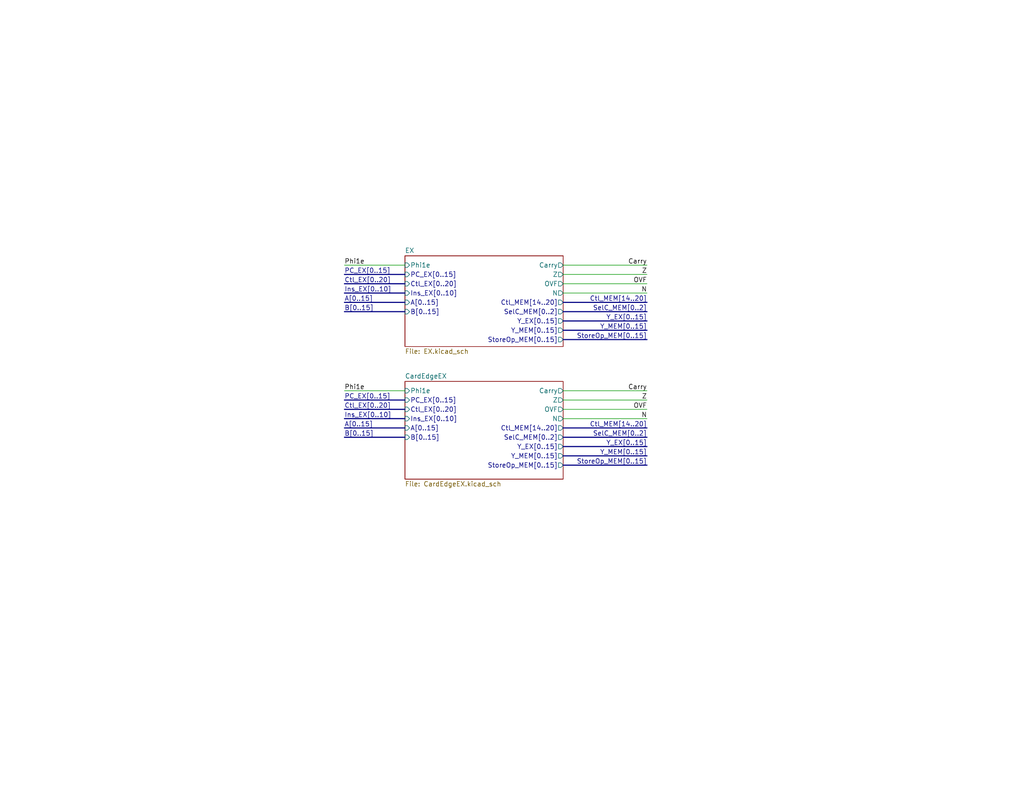
<source format=kicad_sch>
(kicad_sch
	(version 20250114)
	(generator "eeschema")
	(generator_version "9.0")
	(uuid "aed54103-805f-4793-b9a6-374024067da8")
	(paper "USLetter")
	(title_block
		(title "Turtle16: EX Module")
		(date "2025-07-13")
		(rev "A")
		(comment 4 "Microcomputer built from 74xx series logic chips.")
	)
	(lib_symbols)
	(bus
		(pts
			(xy 153.67 90.17) (xy 176.53 90.17)
		)
		(stroke
			(width 0)
			(type default)
		)
		(uuid "07c51031-9408-4353-b650-278502ec7714")
	)
	(bus
		(pts
			(xy 153.67 85.09) (xy 176.53 85.09)
		)
		(stroke
			(width 0)
			(type default)
		)
		(uuid "0ab1e58f-bcc2-4fd4-95bf-24d1ba6d6c07")
	)
	(wire
		(pts
			(xy 153.67 109.22) (xy 176.53 109.22)
		)
		(stroke
			(width 0)
			(type default)
		)
		(uuid "0b4998f5-dcc7-4e71-a3f5-23d37168b823")
	)
	(wire
		(pts
			(xy 153.67 72.39) (xy 176.53 72.39)
		)
		(stroke
			(width 0)
			(type default)
		)
		(uuid "0d86d69f-9e61-4a80-8d98-7c82d19b8354")
	)
	(bus
		(pts
			(xy 153.67 119.38) (xy 176.53 119.38)
		)
		(stroke
			(width 0)
			(type default)
		)
		(uuid "0fa0cd39-d4f7-4c68-ae9f-41bfc5ecc035")
	)
	(bus
		(pts
			(xy 153.67 87.63) (xy 176.53 87.63)
		)
		(stroke
			(width 0)
			(type default)
		)
		(uuid "154a0395-94c9-4971-8166-7796106dcfae")
	)
	(wire
		(pts
			(xy 153.67 114.3) (xy 176.53 114.3)
		)
		(stroke
			(width 0)
			(type default)
		)
		(uuid "1bc7ccd9-fc10-405a-a0c3-76e7a8d790a6")
	)
	(bus
		(pts
			(xy 93.98 80.01) (xy 110.49 80.01)
		)
		(stroke
			(width 0)
			(type default)
		)
		(uuid "336fa7a8-b242-4986-adc0-a14a501e4a5d")
	)
	(bus
		(pts
			(xy 93.98 74.93) (xy 110.49 74.93)
		)
		(stroke
			(width 0)
			(type default)
		)
		(uuid "34075dfa-261e-4597-9c03-d98eea5e120a")
	)
	(wire
		(pts
			(xy 153.67 77.47) (xy 176.53 77.47)
		)
		(stroke
			(width 0)
			(type default)
		)
		(uuid "3507cdb5-9c2b-44b9-9987-befb3252b2d2")
	)
	(bus
		(pts
			(xy 153.67 127) (xy 176.53 127)
		)
		(stroke
			(width 0)
			(type default)
		)
		(uuid "40763688-7071-4531-9816-bda1ce9411c3")
	)
	(wire
		(pts
			(xy 153.67 111.76) (xy 176.53 111.76)
		)
		(stroke
			(width 0)
			(type default)
		)
		(uuid "475a6c47-766a-47b3-bb9a-9cd770c67f6b")
	)
	(wire
		(pts
			(xy 153.67 80.01) (xy 176.53 80.01)
		)
		(stroke
			(width 0)
			(type default)
		)
		(uuid "4d5606fb-ff1f-4d6b-971e-c7f6763e92c2")
	)
	(wire
		(pts
			(xy 93.98 106.68) (xy 110.49 106.68)
		)
		(stroke
			(width 0)
			(type default)
		)
		(uuid "50cfa541-7c25-49e3-942a-7faab3531ff2")
	)
	(bus
		(pts
			(xy 153.67 82.55) (xy 176.53 82.55)
		)
		(stroke
			(width 0)
			(type default)
		)
		(uuid "623e2c1d-3426-4299-ac7f-9c668b1e692b")
	)
	(bus
		(pts
			(xy 93.98 111.76) (xy 110.49 111.76)
		)
		(stroke
			(width 0)
			(type default)
		)
		(uuid "67c1c8e8-4ad1-4cb2-ab1e-1b6c2c7bc83a")
	)
	(bus
		(pts
			(xy 93.98 77.47) (xy 110.49 77.47)
		)
		(stroke
			(width 0)
			(type default)
		)
		(uuid "8f8596ce-ca43-4732-9b86-2e7cf517f1fa")
	)
	(bus
		(pts
			(xy 153.67 92.71) (xy 176.53 92.71)
		)
		(stroke
			(width 0)
			(type default)
		)
		(uuid "944aab4d-49ca-4a91-94f0-017e2f17af6d")
	)
	(bus
		(pts
			(xy 93.98 85.09) (xy 110.49 85.09)
		)
		(stroke
			(width 0)
			(type default)
		)
		(uuid "967d9564-ba0d-4f95-ac12-af2352f205ee")
	)
	(wire
		(pts
			(xy 93.98 72.39) (xy 110.49 72.39)
		)
		(stroke
			(width 0)
			(type default)
		)
		(uuid "99824ec9-3f58-4a6b-8817-77db1a4a23a0")
	)
	(bus
		(pts
			(xy 153.67 121.92) (xy 176.53 121.92)
		)
		(stroke
			(width 0)
			(type default)
		)
		(uuid "9b62a3c8-5352-42ed-a72f-cee15dcae8ad")
	)
	(bus
		(pts
			(xy 93.98 119.38) (xy 110.49 119.38)
		)
		(stroke
			(width 0)
			(type default)
		)
		(uuid "9f977698-7073-4705-a6e2-c097891f42ce")
	)
	(wire
		(pts
			(xy 153.67 106.68) (xy 176.53 106.68)
		)
		(stroke
			(width 0)
			(type default)
		)
		(uuid "b2da44ec-b4bb-4c00-b16e-0082a1205d57")
	)
	(bus
		(pts
			(xy 93.98 109.22) (xy 110.49 109.22)
		)
		(stroke
			(width 0)
			(type default)
		)
		(uuid "c3d6d74d-137b-47fb-9d67-a7f808fd933b")
	)
	(bus
		(pts
			(xy 153.67 116.84) (xy 176.53 116.84)
		)
		(stroke
			(width 0)
			(type default)
		)
		(uuid "c97dade6-489a-4b10-8c0c-9d3478d5f106")
	)
	(bus
		(pts
			(xy 93.98 82.55) (xy 110.49 82.55)
		)
		(stroke
			(width 0)
			(type default)
		)
		(uuid "d1123058-e11d-4b7a-873c-1de0a73f65d3")
	)
	(bus
		(pts
			(xy 153.67 124.46) (xy 176.53 124.46)
		)
		(stroke
			(width 0)
			(type default)
		)
		(uuid "db175968-3e88-49f8-8540-c9de57215002")
	)
	(wire
		(pts
			(xy 153.67 74.93) (xy 176.53 74.93)
		)
		(stroke
			(width 0)
			(type default)
		)
		(uuid "e0ae6bda-3f01-475c-b5f1-cf8519e00a5c")
	)
	(bus
		(pts
			(xy 93.98 114.3) (xy 110.49 114.3)
		)
		(stroke
			(width 0)
			(type default)
		)
		(uuid "e3c647ab-6953-4ae3-b7c5-eace2b6bfb14")
	)
	(bus
		(pts
			(xy 93.98 116.84) (xy 110.49 116.84)
		)
		(stroke
			(width 0)
			(type default)
		)
		(uuid "e3f926c0-4bda-4329-b39f-3ac43bb102f3")
	)
	(label "StoreOp_MEM[0..15]"
		(at 176.53 92.71 180)
		(effects
			(font
				(size 1.27 1.27)
			)
			(justify right bottom)
		)
		(uuid "07768668-e58e-4d07-98f2-f41b191f533b")
	)
	(label "Carry"
		(at 176.53 72.39 180)
		(effects
			(font
				(size 1.27 1.27)
			)
			(justify right bottom)
		)
		(uuid "0f401041-5b2a-4805-922e-0a58b9a75633")
	)
	(label "Ctl_EX[0..20]"
		(at 93.98 111.76 0)
		(effects
			(font
				(size 1.27 1.27)
			)
			(justify left bottom)
		)
		(uuid "1e7e9618-f386-49ad-9a95-ec2f849e2108")
	)
	(label "OVF"
		(at 176.53 77.47 180)
		(effects
			(font
				(size 1.27 1.27)
			)
			(justify right bottom)
		)
		(uuid "20798f27-4aac-49d1-9ea7-767a3fdb4810")
	)
	(label "Y_EX[0..15]"
		(at 176.53 87.63 180)
		(effects
			(font
				(size 1.27 1.27)
			)
			(justify right bottom)
		)
		(uuid "23585e54-2a84-4db5-a286-b1bd42b31b15")
	)
	(label "B[0..15]"
		(at 93.98 119.38 0)
		(effects
			(font
				(size 1.27 1.27)
			)
			(justify left bottom)
		)
		(uuid "2d556ebc-1ce7-4679-b9e7-422a401002c6")
	)
	(label "Z"
		(at 176.53 74.93 180)
		(effects
			(font
				(size 1.27 1.27)
			)
			(justify right bottom)
		)
		(uuid "2e25f593-1a3a-4c2a-ae95-88416944df48")
	)
	(label "SelC_MEM[0..2]"
		(at 176.53 85.09 180)
		(effects
			(font
				(size 1.27 1.27)
			)
			(justify right bottom)
		)
		(uuid "307f0b4f-1e39-42ec-94be-2e82ab36b553")
	)
	(label "Phi1e"
		(at 93.98 106.68 0)
		(effects
			(font
				(size 1.27 1.27)
			)
			(justify left bottom)
		)
		(uuid "32515abe-9a69-44c1-975d-1c2ec9f87f0a")
	)
	(label "N"
		(at 176.53 114.3 180)
		(effects
			(font
				(size 1.27 1.27)
			)
			(justify right bottom)
		)
		(uuid "33caa564-3ecf-4ad1-a572-63849ec82cd8")
	)
	(label "Phi1e"
		(at 93.98 72.39 0)
		(effects
			(font
				(size 1.27 1.27)
			)
			(justify left bottom)
		)
		(uuid "51b00332-b3ab-4abb-a34a-e16a0be30850")
	)
	(label "PC_EX[0..15]"
		(at 93.98 74.93 0)
		(effects
			(font
				(size 1.27 1.27)
			)
			(justify left bottom)
		)
		(uuid "563711fd-6453-4232-945c-4768d2359099")
	)
	(label "Ins_EX[0..10]"
		(at 93.98 114.3 0)
		(effects
			(font
				(size 1.27 1.27)
			)
			(justify left bottom)
		)
		(uuid "5b6c5760-1919-4bae-9e2b-f38b31fd240c")
	)
	(label "Carry"
		(at 176.53 106.68 180)
		(effects
			(font
				(size 1.27 1.27)
			)
			(justify right bottom)
		)
		(uuid "5f4ee117-4a49-46d4-8208-9af66a87187e")
	)
	(label "Y_EX[0..15]"
		(at 176.53 121.92 180)
		(effects
			(font
				(size 1.27 1.27)
			)
			(justify right bottom)
		)
		(uuid "63c20729-cfd9-4c0f-b7d1-a0aefd1d8ddc")
	)
	(label "OVF"
		(at 176.53 111.76 180)
		(effects
			(font
				(size 1.27 1.27)
			)
			(justify right bottom)
		)
		(uuid "832ca27b-36a4-4d32-a45d-373d0a57aa10")
	)
	(label "StoreOp_MEM[0..15]"
		(at 176.53 127 180)
		(effects
			(font
				(size 1.27 1.27)
			)
			(justify right bottom)
		)
		(uuid "8a3a4f19-ab73-492f-9d4c-f5312d7d20c8")
	)
	(label "A[0..15]"
		(at 93.98 116.84 0)
		(effects
			(font
				(size 1.27 1.27)
			)
			(justify left bottom)
		)
		(uuid "8b5a644b-cc67-48b6-91da-ea8c19a20a3d")
	)
	(label "Ctl_EX[0..20]"
		(at 93.98 77.47 0)
		(effects
			(font
				(size 1.27 1.27)
			)
			(justify left bottom)
		)
		(uuid "8db21b84-bf72-4d2b-b71d-3371258eea35")
	)
	(label "Z"
		(at 176.53 109.22 180)
		(effects
			(font
				(size 1.27 1.27)
			)
			(justify right bottom)
		)
		(uuid "93020b6d-ec59-49ae-879d-9ca9b5e100c3")
	)
	(label "PC_EX[0..15]"
		(at 93.98 109.22 0)
		(effects
			(font
				(size 1.27 1.27)
			)
			(justify left bottom)
		)
		(uuid "a944c57c-3fdd-4cd2-b8e6-c07f71a97109")
	)
	(label "Y_MEM[0..15]"
		(at 176.53 90.17 180)
		(effects
			(font
				(size 1.27 1.27)
			)
			(justify right bottom)
		)
		(uuid "a99b1dc7-6bf6-4865-9ba4-04554cbd30cb")
	)
	(label "Y_MEM[0..15]"
		(at 176.53 124.46 180)
		(effects
			(font
				(size 1.27 1.27)
			)
			(justify right bottom)
		)
		(uuid "b2ff32c5-4643-45e7-b517-8825c5bbb52a")
	)
	(label "N"
		(at 176.53 80.01 180)
		(effects
			(font
				(size 1.27 1.27)
			)
			(justify right bottom)
		)
		(uuid "bbebb2dc-a1ba-411f-aa3d-7085680d71aa")
	)
	(label "A[0..15]"
		(at 93.98 82.55 0)
		(effects
			(font
				(size 1.27 1.27)
			)
			(justify left bottom)
		)
		(uuid "ca06104e-7088-4eab-bf59-75e073292b6b")
	)
	(label "SelC_MEM[0..2]"
		(at 176.53 119.38 180)
		(effects
			(font
				(size 1.27 1.27)
			)
			(justify right bottom)
		)
		(uuid "ce1c9488-45c7-4145-825b-676250ec90c6")
	)
	(label "Ctl_MEM[14..20]"
		(at 176.53 116.84 180)
		(effects
			(font
				(size 1.27 1.27)
			)
			(justify right bottom)
		)
		(uuid "d37f6881-bc8f-4f68-96a5-74e474fecabf")
	)
	(label "Ins_EX[0..10]"
		(at 93.98 80.01 0)
		(effects
			(font
				(size 1.27 1.27)
			)
			(justify left bottom)
		)
		(uuid "d44be608-93cf-48d2-83ad-c85de9623313")
	)
	(label "Ctl_MEM[14..20]"
		(at 176.53 82.55 180)
		(effects
			(font
				(size 1.27 1.27)
			)
			(justify right bottom)
		)
		(uuid "d654132a-5187-4d73-8394-c843bf505fdc")
	)
	(label "B[0..15]"
		(at 93.98 85.09 0)
		(effects
			(font
				(size 1.27 1.27)
			)
			(justify left bottom)
		)
		(uuid "e2048e3c-c3f2-4f08-8375-29c7fecdde97")
	)
	(sheet
		(at 110.49 69.85)
		(size 43.18 24.765)
		(exclude_from_sim no)
		(in_bom yes)
		(on_board yes)
		(dnp no)
		(fields_autoplaced yes)
		(stroke
			(width 0)
			(type solid)
		)
		(fill
			(color 0 0 0 0.0000)
		)
		(uuid "43096b5e-2581-4688-8be9-9209d6e0ed88")
		(property "Sheetname" "EX"
			(at 110.49 69.1384 0)
			(effects
				(font
					(size 1.27 1.27)
				)
				(justify left bottom)
			)
		)
		(property "Sheetfile" "EX.kicad_sch"
			(at 110.49 95.1996 0)
			(effects
				(font
					(size 1.27 1.27)
				)
				(justify left top)
			)
		)
		(pin "Y_MEM[0..15]" output
			(at 153.67 90.17 0)
			(uuid "44b95c14-af60-4d15-9a1c-01372e2bb7ff")
			(effects
				(font
					(size 1.27 1.27)
				)
				(justify right)
			)
		)
		(pin "Ctl_MEM[14..20]" output
			(at 153.67 82.55 0)
			(uuid "632258fa-a8dc-4e40-80e2-4cd66512cd39")
			(effects
				(font
					(size 1.27 1.27)
				)
				(justify right)
			)
		)
		(pin "Z" output
			(at 153.67 74.93 0)
			(uuid "2d0a88fd-6eeb-428f-95e0-2c75967488b2")
			(effects
				(font
					(size 1.27 1.27)
				)
				(justify right)
			)
		)
		(pin "Carry" output
			(at 153.67 72.39 0)
			(uuid "443c659a-a125-491b-87fa-10879d127be9")
			(effects
				(font
					(size 1.27 1.27)
				)
				(justify right)
			)
		)
		(pin "OVF" output
			(at 153.67 77.47 0)
			(uuid "1736b06c-d50e-46ca-b29a-e6d8c98c2305")
			(effects
				(font
					(size 1.27 1.27)
				)
				(justify right)
			)
		)
		(pin "StoreOp_MEM[0..15]" output
			(at 153.67 92.71 0)
			(uuid "0a474ba6-138d-403d-9ead-b07756c02c3e")
			(effects
				(font
					(size 1.27 1.27)
				)
				(justify right)
			)
		)
		(pin "SelC_MEM[0..2]" output
			(at 153.67 85.09 0)
			(uuid "637a119c-4480-4314-9ef5-e16975b56782")
			(effects
				(font
					(size 1.27 1.27)
				)
				(justify right)
			)
		)
		(pin "Ctl_EX[0..20]" input
			(at 110.49 77.47 180)
			(uuid "1a817cf7-6a3d-4324-8ea9-c1064a84a12d")
			(effects
				(font
					(size 1.27 1.27)
				)
				(justify left)
			)
		)
		(pin "PC_EX[0..15]" input
			(at 110.49 74.93 180)
			(uuid "54eba2cc-8d2d-4917-9ad9-8a0734af77d8")
			(effects
				(font
					(size 1.27 1.27)
				)
				(justify left)
			)
		)
		(pin "Ins_EX[0..10]" input
			(at 110.49 80.01 180)
			(uuid "be5d8307-5ee8-4c5b-9f0a-8f1a48a34186")
			(effects
				(font
					(size 1.27 1.27)
				)
				(justify left)
			)
		)
		(pin "A[0..15]" input
			(at 110.49 82.55 180)
			(uuid "9ae5dc44-fb92-4bdb-ad10-9273f8dd58ce")
			(effects
				(font
					(size 1.27 1.27)
				)
				(justify left)
			)
		)
		(pin "B[0..15]" input
			(at 110.49 85.09 180)
			(uuid "f987a6ee-94a5-4676-8dfb-379c6f528667")
			(effects
				(font
					(size 1.27 1.27)
				)
				(justify left)
			)
		)
		(pin "Y_EX[0..15]" output
			(at 153.67 87.63 0)
			(uuid "58b78473-6263-4f04-afa0-f90cb5561210")
			(effects
				(font
					(size 1.27 1.27)
				)
				(justify right)
			)
		)
		(pin "Phi1e" input
			(at 110.49 72.39 180)
			(uuid "430accc0-1d0b-475c-b956-ca11a725727a")
			(effects
				(font
					(size 1.27 1.27)
				)
				(justify left)
			)
		)
		(pin "N" output
			(at 153.67 80.01 0)
			(uuid "b4603c6f-78dd-4e57-bfa2-6087003644e9")
			(effects
				(font
					(size 1.27 1.27)
				)
				(justify right)
			)
		)
		(instances
			(project "EXCard"
				(path "/aed54103-805f-4793-b9a6-374024067da8"
					(page "2")
				)
			)
		)
	)
	(sheet
		(at 110.49 104.14)
		(size 43.18 26.67)
		(exclude_from_sim no)
		(in_bom yes)
		(on_board yes)
		(dnp no)
		(fields_autoplaced yes)
		(stroke
			(width 0.1524)
			(type solid)
		)
		(fill
			(color 0 0 0 0.0000)
		)
		(uuid "afc06ae5-ba96-4fd0-a049-921ebd0a48e2")
		(property "Sheetname" "CardEdgeEX"
			(at 110.49 103.4284 0)
			(effects
				(font
					(size 1.27 1.27)
				)
				(justify left bottom)
			)
		)
		(property "Sheetfile" "CardEdgeEX.kicad_sch"
			(at 110.49 131.3946 0)
			(effects
				(font
					(size 1.27 1.27)
				)
				(justify left top)
			)
		)
		(pin "A[0..15]" input
			(at 110.49 116.84 180)
			(uuid "464b1ebd-d053-41aa-a210-a0b69b94bba1")
			(effects
				(font
					(size 1.27 1.27)
				)
				(justify left)
			)
		)
		(pin "B[0..15]" input
			(at 110.49 119.38 180)
			(uuid "a98b289e-756c-4557-81e4-13f6ff87f2c0")
			(effects
				(font
					(size 1.27 1.27)
				)
				(justify left)
			)
		)
		(pin "Carry" output
			(at 153.67 106.68 0)
			(uuid "9c1a75f9-c417-4f21-93bb-a43e134ee675")
			(effects
				(font
					(size 1.27 1.27)
				)
				(justify right)
			)
		)
		(pin "Ctl_EX[0..20]" input
			(at 110.49 111.76 180)
			(uuid "a0b5f661-a276-4874-9c46-d755871346c8")
			(effects
				(font
					(size 1.27 1.27)
				)
				(justify left)
			)
		)
		(pin "Ctl_MEM[14..20]" output
			(at 153.67 116.84 0)
			(uuid "dcae4351-a24b-49a4-9fd0-ffa543ca99b5")
			(effects
				(font
					(size 1.27 1.27)
				)
				(justify right)
			)
		)
		(pin "Ins_EX[0..10]" input
			(at 110.49 114.3 180)
			(uuid "453e2d86-9d93-4bdb-96ab-64903b3404d6")
			(effects
				(font
					(size 1.27 1.27)
				)
				(justify left)
			)
		)
		(pin "N" output
			(at 153.67 114.3 0)
			(uuid "88407ee6-c619-418f-9f03-81c27c5ad298")
			(effects
				(font
					(size 1.27 1.27)
				)
				(justify right)
			)
		)
		(pin "OVF" output
			(at 153.67 111.76 0)
			(uuid "c4047659-eb01-4206-aa46-deb2cb1300af")
			(effects
				(font
					(size 1.27 1.27)
				)
				(justify right)
			)
		)
		(pin "PC_EX[0..15]" input
			(at 110.49 109.22 180)
			(uuid "4772ca6b-6585-43d5-bece-fe1465125f92")
			(effects
				(font
					(size 1.27 1.27)
				)
				(justify left)
			)
		)
		(pin "Phi1e" input
			(at 110.49 106.68 180)
			(uuid "fdd48eef-be18-4231-9ce6-9fdb98c45361")
			(effects
				(font
					(size 1.27 1.27)
				)
				(justify left)
			)
		)
		(pin "SelC_MEM[0..2]" output
			(at 153.67 119.38 0)
			(uuid "96b0cf7d-3997-40fe-9abe-32f2d0826a85")
			(effects
				(font
					(size 1.27 1.27)
				)
				(justify right)
			)
		)
		(pin "StoreOp_MEM[0..15]" output
			(at 153.67 127 0)
			(uuid "0b1509ae-59c7-4bc3-9d16-73a70bb2f31d")
			(effects
				(font
					(size 1.27 1.27)
				)
				(justify right)
			)
		)
		(pin "Y_EX[0..15]" output
			(at 153.67 121.92 0)
			(uuid "3469e698-afd3-40db-8aae-63ade555afad")
			(effects
				(font
					(size 1.27 1.27)
				)
				(justify right)
			)
		)
		(pin "Y_MEM[0..15]" output
			(at 153.67 124.46 0)
			(uuid "28c793dd-f287-4b2f-9445-bbecb90fd874")
			(effects
				(font
					(size 1.27 1.27)
				)
				(justify right)
			)
		)
		(pin "Z" output
			(at 153.67 109.22 0)
			(uuid "26ec7057-14a0-4f88-afec-d3ddfb0dff2e")
			(effects
				(font
					(size 1.27 1.27)
				)
				(justify right)
			)
		)
		(instances
			(project "EXCard"
				(path "/aed54103-805f-4793-b9a6-374024067da8"
					(page "17")
				)
			)
		)
	)
	(sheet_instances
		(path "/"
			(page "1")
		)
	)
	(embedded_fonts no)
)

</source>
